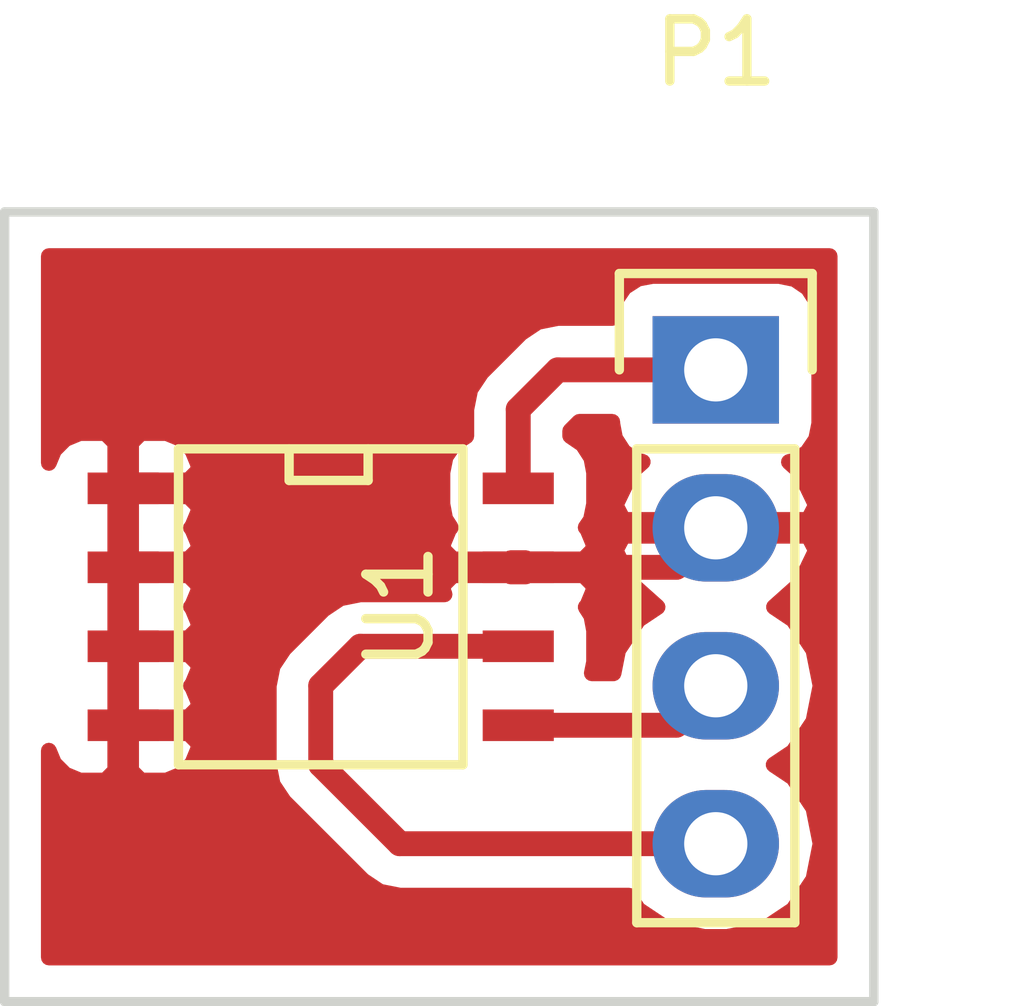
<source format=kicad_pcb>
(kicad_pcb (version 4) (host pcbnew 4.0.1-stable)

  (general
    (links 8)
    (no_connects 6)
    (area 144.704999 96.645 161.318334 113.105001)
    (thickness 1.6)
    (drawings 4)
    (tracks 24)
    (zones 0)
    (modules 2)
    (nets 5)
  )

  (page A4)
  (layers
    (0 F.Cu signal)
    (31 B.Cu signal)
    (32 B.Adhes user)
    (33 F.Adhes user)
    (34 B.Paste user)
    (35 F.Paste user)
    (36 B.SilkS user)
    (37 F.SilkS user)
    (38 B.Mask user)
    (39 F.Mask user)
    (40 Dwgs.User user)
    (41 Cmts.User user)
    (42 Eco1.User user)
    (43 Eco2.User user)
    (44 Edge.Cuts user)
    (45 Margin user)
    (46 B.CrtYd user)
    (47 F.CrtYd user)
    (48 B.Fab user)
    (49 F.Fab user)
  )

  (setup
    (last_trace_width 0.4)
    (user_trace_width 0.4)
    (trace_clearance 0.2)
    (zone_clearance 0.508)
    (zone_45_only no)
    (trace_min 0.2)
    (segment_width 0.2)
    (edge_width 0.15)
    (via_size 0.6)
    (via_drill 0.4)
    (via_min_size 0.4)
    (via_min_drill 0.3)
    (uvia_size 0.3)
    (uvia_drill 0.1)
    (uvias_allowed no)
    (uvia_min_size 0.2)
    (uvia_min_drill 0.1)
    (pcb_text_width 0.3)
    (pcb_text_size 1.5 1.5)
    (mod_edge_width 0.15)
    (mod_text_size 1 1)
    (mod_text_width 0.15)
    (pad_size 1.524 1.524)
    (pad_drill 0.762)
    (pad_to_mask_clearance 0.2)
    (aux_axis_origin 0 0)
    (visible_elements FFFFFF7F)
    (pcbplotparams
      (layerselection 0x01000_00000001)
      (usegerberextensions false)
      (excludeedgelayer true)
      (linewidth 0.100000)
      (plotframeref false)
      (viasonmask false)
      (mode 1)
      (useauxorigin false)
      (hpglpennumber 1)
      (hpglpenspeed 20)
      (hpglpendiameter 15)
      (hpglpenoverlay 2)
      (psnegative false)
      (psa4output false)
      (plotreference true)
      (plotvalue true)
      (plotinvisibletext false)
      (padsonsilk false)
      (subtractmaskfromsilk false)
      (outputformat 1)
      (mirror false)
      (drillshape 0)
      (scaleselection 1)
      (outputdirectory ""))
  )

  (net 0 "")
  (net 1 +5V)
  (net 2 GND)
  (net 3 "Net-(P1-Pad3)")
  (net 4 "Net-(P1-Pad4)")

  (net_class Default "This is the default net class."
    (clearance 0.2)
    (trace_width 0.25)
    (via_dia 0.6)
    (via_drill 0.4)
    (uvia_dia 0.3)
    (uvia_drill 0.1)
    (add_net +5V)
    (add_net GND)
    (add_net "Net-(P1-Pad3)")
    (add_net "Net-(P1-Pad4)")
  )

  (module Pin_Headers:Pin_Header_Straight_1x04 (layer F.Cu) (tedit 0) (tstamp 586AEB85)
    (at 156.21 102.87)
    (descr "Through hole pin header")
    (tags "pin header")
    (path /586AED2B)
    (fp_text reference P1 (at 0 -5.1) (layer F.SilkS)
      (effects (font (size 1 1) (thickness 0.15)))
    )
    (fp_text value CONN_01X04 (at 0 -3.1) (layer F.Fab)
      (effects (font (size 1 1) (thickness 0.15)))
    )
    (fp_line (start -1.75 -1.75) (end -1.75 9.4) (layer F.CrtYd) (width 0.05))
    (fp_line (start 1.75 -1.75) (end 1.75 9.4) (layer F.CrtYd) (width 0.05))
    (fp_line (start -1.75 -1.75) (end 1.75 -1.75) (layer F.CrtYd) (width 0.05))
    (fp_line (start -1.75 9.4) (end 1.75 9.4) (layer F.CrtYd) (width 0.05))
    (fp_line (start -1.27 1.27) (end -1.27 8.89) (layer F.SilkS) (width 0.15))
    (fp_line (start 1.27 1.27) (end 1.27 8.89) (layer F.SilkS) (width 0.15))
    (fp_line (start 1.55 -1.55) (end 1.55 0) (layer F.SilkS) (width 0.15))
    (fp_line (start -1.27 8.89) (end 1.27 8.89) (layer F.SilkS) (width 0.15))
    (fp_line (start 1.27 1.27) (end -1.27 1.27) (layer F.SilkS) (width 0.15))
    (fp_line (start -1.55 0) (end -1.55 -1.55) (layer F.SilkS) (width 0.15))
    (fp_line (start -1.55 -1.55) (end 1.55 -1.55) (layer F.SilkS) (width 0.15))
    (pad 1 thru_hole rect (at 0 0) (size 2.032 1.7272) (drill 1.016) (layers *.Cu *.Mask)
      (net 1 +5V))
    (pad 2 thru_hole oval (at 0 2.54) (size 2.032 1.7272) (drill 1.016) (layers *.Cu *.Mask)
      (net 2 GND))
    (pad 3 thru_hole oval (at 0 5.08) (size 2.032 1.7272) (drill 1.016) (layers *.Cu *.Mask)
      (net 3 "Net-(P1-Pad3)"))
    (pad 4 thru_hole oval (at 0 7.62) (size 2.032 1.7272) (drill 1.016) (layers *.Cu *.Mask)
      (net 4 "Net-(P1-Pad4)"))
    (model Pin_Headers.3dshapes/Pin_Header_Straight_1x04.wrl
      (at (xyz 0 -0.15 0))
      (scale (xyz 1 1 1))
      (rotate (xyz 0 0 90))
    )
  )

  (module SMD_Packages:SOIC-8-N (layer F.Cu) (tedit 0) (tstamp 586AEB91)
    (at 149.86 106.68 270)
    (descr "Module Narrow CMS SOJ 8 pins large")
    (tags "CMS SOJ")
    (path /586AEC58)
    (attr smd)
    (fp_text reference U1 (at 0 -1.27 270) (layer F.SilkS)
      (effects (font (size 1 1) (thickness 0.15)))
    )
    (fp_text value 24LC32 (at 0 1.27 270) (layer F.Fab)
      (effects (font (size 1 1) (thickness 0.15)))
    )
    (fp_line (start -2.54 -2.286) (end 2.54 -2.286) (layer F.SilkS) (width 0.15))
    (fp_line (start 2.54 -2.286) (end 2.54 2.286) (layer F.SilkS) (width 0.15))
    (fp_line (start 2.54 2.286) (end -2.54 2.286) (layer F.SilkS) (width 0.15))
    (fp_line (start -2.54 2.286) (end -2.54 -2.286) (layer F.SilkS) (width 0.15))
    (fp_line (start -2.54 -0.762) (end -2.032 -0.762) (layer F.SilkS) (width 0.15))
    (fp_line (start -2.032 -0.762) (end -2.032 0.508) (layer F.SilkS) (width 0.15))
    (fp_line (start -2.032 0.508) (end -2.54 0.508) (layer F.SilkS) (width 0.15))
    (pad 8 smd rect (at -1.905 -3.175 270) (size 0.508 1.143) (layers F.Cu F.Paste F.Mask)
      (net 1 +5V))
    (pad 7 smd rect (at -0.635 -3.175 270) (size 0.508 1.143) (layers F.Cu F.Paste F.Mask)
      (net 2 GND))
    (pad 6 smd rect (at 0.635 -3.175 270) (size 0.508 1.143) (layers F.Cu F.Paste F.Mask)
      (net 4 "Net-(P1-Pad4)"))
    (pad 5 smd rect (at 1.905 -3.175 270) (size 0.508 1.143) (layers F.Cu F.Paste F.Mask)
      (net 3 "Net-(P1-Pad3)"))
    (pad 4 smd rect (at 1.905 3.175 270) (size 0.508 1.143) (layers F.Cu F.Paste F.Mask)
      (net 2 GND))
    (pad 3 smd rect (at 0.635 3.175 270) (size 0.508 1.143) (layers F.Cu F.Paste F.Mask)
      (net 2 GND))
    (pad 2 smd rect (at -0.635 3.175 270) (size 0.508 1.143) (layers F.Cu F.Paste F.Mask)
      (net 2 GND))
    (pad 1 smd rect (at -1.905 3.175 270) (size 0.508 1.143) (layers F.Cu F.Paste F.Mask)
      (net 2 GND))
    (model SMD_Packages.3dshapes/SOIC-8-N.wrl
      (at (xyz 0 0 0))
      (scale (xyz 0.5 0.38 0.5))
      (rotate (xyz 0 0 0))
    )
  )

  (gr_line (start 158.75 113.03) (end 158.75 100.33) (layer Edge.Cuts) (width 0.15))
  (gr_line (start 144.78 113.03) (end 158.75 113.03) (layer Edge.Cuts) (width 0.15))
  (gr_line (start 144.78 100.33) (end 144.78 113.03) (layer Edge.Cuts) (width 0.15))
  (gr_line (start 158.75 100.33) (end 144.78 100.33) (layer Edge.Cuts) (width 0.15))

  (segment (start 156.21 102.87) (end 153.67 102.87) (width 0.4) (layer F.Cu) (net 1))
  (segment (start 153.67 102.87) (end 153.035 103.505) (width 0.4) (layer F.Cu) (net 1))
  (segment (start 153.035 103.505) (end 153.035 104.775) (width 0.4) (layer F.Cu) (net 1))
  (segment (start 156.21 105.41) (end 155.575 106.045) (width 0.4) (layer F.Cu) (net 2))
  (segment (start 155.575 106.045) (end 153.035 106.045) (width 0.4) (layer F.Cu) (net 2))
  (segment (start 153.035 106.045) (end 149.225 106.045) (width 0.4) (layer F.Cu) (net 2))
  (segment (start 149.225 106.045) (end 148.59 105.41) (width 0.4) (layer F.Cu) (net 2))
  (segment (start 146.685 107.315) (end 147.955 107.315) (width 0.4) (layer F.Cu) (net 2))
  (segment (start 147.955 107.315) (end 148.59 106.68) (width 0.4) (layer F.Cu) (net 2))
  (segment (start 148.59 105.41) (end 148.59 106.68) (width 0.4) (layer F.Cu) (net 2))
  (segment (start 148.59 106.68) (end 148.59 107.95) (width 0.4) (layer F.Cu) (net 2))
  (segment (start 146.685 106.045) (end 147.955 106.045) (width 0.4) (layer F.Cu) (net 2))
  (segment (start 147.955 106.045) (end 148.59 106.68) (width 0.4) (layer F.Cu) (net 2))
  (segment (start 148.59 107.95) (end 147.955 108.585) (width 0.4) (layer F.Cu) (net 2))
  (segment (start 147.955 108.585) (end 146.685 108.585) (width 0.4) (layer F.Cu) (net 2))
  (segment (start 147.955 104.775) (end 148.59 105.41) (width 0.4) (layer F.Cu) (net 2))
  (segment (start 146.685 104.775) (end 147.955 104.775) (width 0.4) (layer F.Cu) (net 2))
  (segment (start 153.035 108.585) (end 155.575 108.585) (width 0.4) (layer F.Cu) (net 3))
  (segment (start 155.575 108.585) (end 156.21 107.95) (width 0.4) (layer F.Cu) (net 3))
  (segment (start 151.13 110.49) (end 156.21 110.49) (width 0.4) (layer F.Cu) (net 4))
  (segment (start 149.86 109.22) (end 151.13 110.49) (width 0.4) (layer F.Cu) (net 4))
  (segment (start 149.86 107.95) (end 149.86 109.22) (width 0.4) (layer F.Cu) (net 4))
  (segment (start 150.495 107.315) (end 149.86 107.95) (width 0.4) (layer F.Cu) (net 4))
  (segment (start 153.035 107.315) (end 150.495 107.315) (width 0.4) (layer F.Cu) (net 4))

  (zone (net 2) (net_name GND) (layer F.Cu) (tstamp 0) (hatch edge 0.508)
    (connect_pads (clearance 0.508))
    (min_thickness 0.254)
    (fill yes (arc_segments 16) (thermal_gap 0.508) (thermal_bridge_width 0.508))
    (polygon
      (pts
        (xy 144.78 100.33) (xy 158.75 100.33) (xy 158.75 113.03) (xy 144.78 113.03)
      )
    )
    (filled_polygon
      (pts
        (xy 158.04 112.32) (xy 145.49 112.32) (xy 145.49 108.993072) (xy 145.575173 109.198698) (xy 145.753801 109.377327)
        (xy 145.98719 109.474) (xy 146.39925 109.474) (xy 146.558 109.31525) (xy 146.558 108.712) (xy 146.812 108.712)
        (xy 146.812 109.31525) (xy 146.97075 109.474) (xy 147.38281 109.474) (xy 147.616199 109.377327) (xy 147.794827 109.198698)
        (xy 147.8915 108.965309) (xy 147.8915 108.87075) (xy 147.73275 108.712) (xy 146.812 108.712) (xy 146.558 108.712)
        (xy 146.538 108.712) (xy 146.538 108.458) (xy 146.558 108.458) (xy 146.558 107.442) (xy 146.812 107.442)
        (xy 146.812 108.458) (xy 147.73275 108.458) (xy 147.8915 108.29925) (xy 147.8915 108.204691) (xy 147.794827 107.971302)
        (xy 147.773525 107.95) (xy 149.025 107.95) (xy 149.025 109.22) (xy 149.088561 109.539541) (xy 149.269566 109.810434)
        (xy 150.539566 111.080434) (xy 150.810459 111.261439) (xy 151.13 111.325) (xy 154.815465 111.325) (xy 154.965585 111.54967)
        (xy 155.451766 111.874526) (xy 156.025255 111.9886) (xy 156.394745 111.9886) (xy 156.968234 111.874526) (xy 157.454415 111.54967)
        (xy 157.779271 111.063489) (xy 157.893345 110.49) (xy 157.779271 109.916511) (xy 157.454415 109.43033) (xy 157.139634 109.22)
        (xy 157.454415 109.00967) (xy 157.779271 108.523489) (xy 157.893345 107.95) (xy 157.779271 107.376511) (xy 157.454415 106.89033)
        (xy 157.144931 106.683539) (xy 157.560732 106.312036) (xy 157.814709 105.784791) (xy 157.817358 105.769026) (xy 157.696217 105.537)
        (xy 156.337 105.537) (xy 156.337 105.557) (xy 156.083 105.557) (xy 156.083 105.537) (xy 154.723783 105.537)
        (xy 154.602642 105.769026) (xy 154.605291 105.784791) (xy 154.859268 106.312036) (xy 155.275069 106.683539) (xy 154.965585 106.89033)
        (xy 154.640729 107.376511) (xy 154.566437 107.75) (xy 154.217287 107.75) (xy 154.25394 107.569) (xy 154.25394 107.061)
        (xy 154.209662 106.825683) (xy 154.118896 106.684629) (xy 154.144827 106.658698) (xy 154.2415 106.425309) (xy 154.2415 106.33075)
        (xy 154.08275 106.172) (xy 153.162 106.172) (xy 153.162 106.192) (xy 152.908 106.192) (xy 152.908 106.172)
        (xy 151.98725 106.172) (xy 151.8285 106.33075) (xy 151.8285 106.425309) (xy 151.851154 106.48) (xy 150.495 106.48)
        (xy 150.17546 106.54356) (xy 149.904566 106.724566) (xy 149.269566 107.359566) (xy 149.088561 107.630459) (xy 149.025 107.95)
        (xy 147.773525 107.95) (xy 147.794827 107.928698) (xy 147.8915 107.695309) (xy 147.8915 107.60075) (xy 147.73275 107.442)
        (xy 146.812 107.442) (xy 146.558 107.442) (xy 146.538 107.442) (xy 146.538 107.188) (xy 146.558 107.188)
        (xy 146.558 106.172) (xy 146.812 106.172) (xy 146.812 107.188) (xy 147.73275 107.188) (xy 147.8915 107.02925)
        (xy 147.8915 106.934691) (xy 147.794827 106.701302) (xy 147.773525 106.68) (xy 147.794827 106.658698) (xy 147.8915 106.425309)
        (xy 147.8915 106.33075) (xy 147.73275 106.172) (xy 146.812 106.172) (xy 146.558 106.172) (xy 146.538 106.172)
        (xy 146.538 105.918) (xy 146.558 105.918) (xy 146.558 104.902) (xy 146.812 104.902) (xy 146.812 105.918)
        (xy 147.73275 105.918) (xy 147.8915 105.75925) (xy 147.8915 105.664691) (xy 147.794827 105.431302) (xy 147.773525 105.41)
        (xy 147.794827 105.388698) (xy 147.8915 105.155309) (xy 147.8915 105.06075) (xy 147.73275 104.902) (xy 146.812 104.902)
        (xy 146.558 104.902) (xy 146.538 104.902) (xy 146.538 104.648) (xy 146.558 104.648) (xy 146.558 104.04475)
        (xy 146.812 104.04475) (xy 146.812 104.648) (xy 147.73275 104.648) (xy 147.85975 104.521) (xy 151.81606 104.521)
        (xy 151.81606 105.029) (xy 151.860338 105.264317) (xy 151.951104 105.405371) (xy 151.925173 105.431302) (xy 151.8285 105.664691)
        (xy 151.8285 105.75925) (xy 151.98725 105.918) (xy 152.908 105.918) (xy 152.908 105.898) (xy 153.162 105.898)
        (xy 153.162 105.918) (xy 154.08275 105.918) (xy 154.2415 105.75925) (xy 154.2415 105.664691) (xy 154.144827 105.431302)
        (xy 154.118291 105.404765) (xy 154.202931 105.28089) (xy 154.25394 105.029) (xy 154.25394 104.521) (xy 154.209662 104.285683)
        (xy 154.07059 104.069559) (xy 153.87 103.932502) (xy 153.87 103.850868) (xy 154.015868 103.705) (xy 154.54656 103.705)
        (xy 154.54656 103.7336) (xy 154.590838 103.968917) (xy 154.72991 104.185041) (xy 154.94211 104.330031) (xy 155.036927 104.349232)
        (xy 154.859268 104.507964) (xy 154.605291 105.035209) (xy 154.602642 105.050974) (xy 154.723783 105.283) (xy 156.083 105.283)
        (xy 156.083 105.263) (xy 156.337 105.263) (xy 156.337 105.283) (xy 157.696217 105.283) (xy 157.817358 105.050974)
        (xy 157.814709 105.035209) (xy 157.560732 104.507964) (xy 157.385155 104.351093) (xy 157.461317 104.336762) (xy 157.677441 104.19769)
        (xy 157.822431 103.98549) (xy 157.87344 103.7336) (xy 157.87344 102.0064) (xy 157.829162 101.771083) (xy 157.69009 101.554959)
        (xy 157.47789 101.409969) (xy 157.226 101.35896) (xy 155.194 101.35896) (xy 154.958683 101.403238) (xy 154.742559 101.54231)
        (xy 154.597569 101.75451) (xy 154.54656 102.0064) (xy 154.54656 102.035) (xy 153.67 102.035) (xy 153.35046 102.09856)
        (xy 153.079566 102.279566) (xy 152.444566 102.914566) (xy 152.263561 103.185459) (xy 152.2 103.505) (xy 152.2 103.935973)
        (xy 152.012059 104.05691) (xy 151.867069 104.26911) (xy 151.81606 104.521) (xy 147.85975 104.521) (xy 147.8915 104.48925)
        (xy 147.8915 104.394691) (xy 147.794827 104.161302) (xy 147.616199 103.982673) (xy 147.38281 103.886) (xy 146.97075 103.886)
        (xy 146.812 104.04475) (xy 146.558 104.04475) (xy 146.39925 103.886) (xy 145.98719 103.886) (xy 145.753801 103.982673)
        (xy 145.575173 104.161302) (xy 145.49 104.366928) (xy 145.49 101.04) (xy 158.04 101.04)
      )
    )
  )
)

</source>
